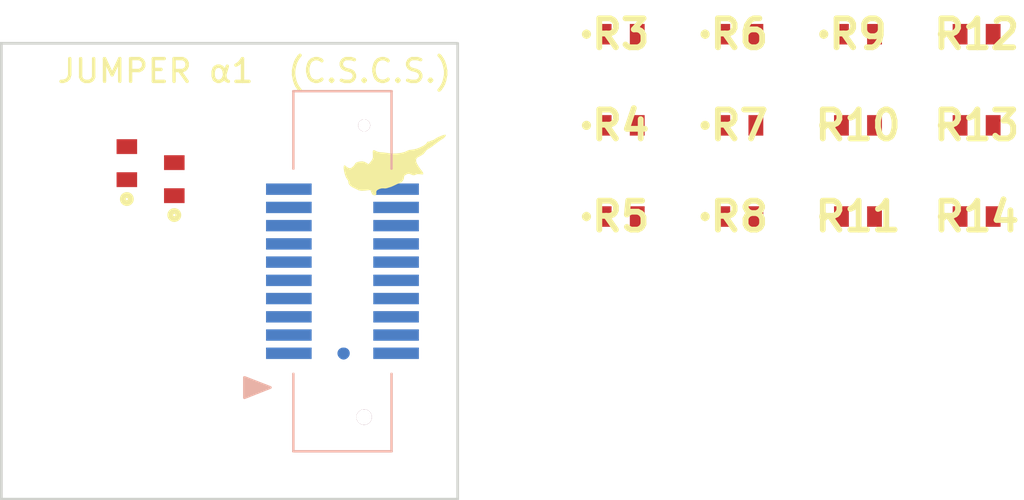
<source format=kicad_pcb>
(kicad_pcb (version 20221018) (generator pcbnew)
  (layers (0 "F.Cu" signal) (31 "B.Cu" signal) (34 "B.Paste" user) (35 "F.Paste" user) (36 "B.SilkS" user "B.Silkscreen") (37 "F.SilkS" user "F.Silkscreen") (38 "B.Mask" user) (39 "F.Mask" user) (44 "Edge.Cuts" user))
  (net 0 "")
  (net 1 "/VCC3")
  (net 3 "/EXTERNAL_2")
  (net 4 "/EXTERNAL_3")
  (net 5 "/EXTERNAL_4")
  (net 6 "/EXTERNAL_5")
  (net 7 "GND")
  (net 8 "/INTERNAL_6")
  (net 9 "/INTERNAL_7")
  (net 10 "/INTERNAL_8")
  (net 11 "/INTERNAL_9")
  (net 12 "/INTERNAL_12")
  (net 13 "/INTERNAL_13")
  (net 14 "/INTERNAL_14")
  (net 15 "/INTERNAL_15")
  (net 16 "/INTERNAL_16")
  (net 17 "/INTERNAL_17")
  (net 18 "/INTERNAL_18")
  (net 19 "/INTERNAL_19")
  (net 23 "unconnected-(R2-Pad2)")
  (footprint "SamacSys_Parts:ERJ3EKF1000V" (layer "F.Cu") (at 147.685 86.38)
    (fp_text reference "R14" (at 0 0) (layer "F.SilkS") (effects (font (size 1.27 1.27) (thickness 0.254))))
    (fp_text value "ERJ-3GEY0R00V" hide)
    (fp_line (start -1.5 -0.1) (end -1.5 -0.1) (stroke (width 0.2)) (layer "F.SilkS"))
    (fp_line (start -1.5 0.1) (end -1.5 0.1) (stroke (width 0.2)) (layer "F.SilkS"))
    (fp_arc (start -1.5 -0.1) (mid -1.4 0) (end -1.5 0.1) (stroke (width 0.2)) (layer "F.SilkS"))
    (fp_arc (start -1.5 0.1) (mid -1.6 0) (end -1.5 -0.1) (stroke (width 0.2)) (layer "F.SilkS"))
    (pad "1" smd rect (at -0.725 0) (size 0.65 0.9) (layers "F.Cu" "F.Paste" "F.Mask") (net 8 "/INTERNAL_6"))
    (pad "2" smd rect (at 0.725 0) (size 0.65 0.9) (layers "F.Cu" "F.Paste" "F.Mask") (net 3 "/EXTERNAL_2"))
  )
  (footprint "SamacSys_Parts:ERJ3EKF1000V" (layer "F.Cu") (at 132.085 82.38)
    (fp_text reference "R4" (at 0 0) (layer "F.SilkS") (effects (font (size 1.27 1.27) (thickness 0.254))))
    (fp_text value "ERJ-3GEY0R00V" hide)
    (fp_line (start -1.5 -0.1) (end -1.5 -0.1) (stroke (width 0.2)) (layer "F.SilkS"))
    (fp_line (start -1.5 0.1) (end -1.5 0.1) (stroke (width 0.2)) (layer "F.SilkS"))
    (fp_arc (start -1.5 -0.1) (mid -1.4 0) (end -1.5 0.1) (stroke (width 0.2)) (layer "F.SilkS"))
    (fp_arc (start -1.5 0.1) (mid -1.6 0) (end -1.5 -0.1) (stroke (width 0.2)) (layer "F.SilkS"))
    (pad "1" smd rect (at -0.725 0) (size 0.65 0.9) (layers "F.Cu" "F.Paste" "F.Mask") (net 18 "/INTERNAL_18"))
    (pad "2" smd rect (at 0.725 0) (size 0.65 0.9) (layers "F.Cu" "F.Paste" "F.Mask") (net 3 "/EXTERNAL_2"))
  )
  (footprint "SamacSys_Parts:ERJ3EKF1000V" (layer "F.Cu") (at 137.285 86.38)
    (fp_text reference "R8" (at 0 0) (layer "F.SilkS") (effects (font (size 1.27 1.27) (thickness 0.254))))
    (fp_text value "ERJ-3GEY0R00V" hide)
    (fp_line (start -1.5 -0.1) (end -1.5 -0.1) (stroke (width 0.2)) (layer "F.SilkS"))
    (fp_line (start -1.5 0.1) (end -1.5 0.1) (stroke (width 0.2)) (layer "F.SilkS"))
    (fp_arc (start -1.5 -0.1) (mid -1.4 0) (end -1.5 0.1) (stroke (width 0.2)) (layer "F.SilkS"))
    (fp_arc (start -1.5 0.1) (mid -1.6 0) (end -1.5 -0.1) (stroke (width 0.2)) (layer "F.SilkS"))
    (pad "1" smd rect (at -0.725 0) (size 0.65 0.9) (layers "F.Cu" "F.Paste" "F.Mask") (net 14 "/INTERNAL_14"))
    (pad "2" smd rect (at 0.725 0) (size 0.65 0.9) (layers "F.Cu" "F.Paste" "F.Mask") (net 3 "/EXTERNAL_2"))
  )
  (footprint "SamacSys_Parts:ERJ3EKF1000V" (layer "F.Cu") (at 147.685 78.38)
    (fp_text reference "R12" (at 0 0) (layer "F.SilkS") (effects (font (size 1.27 1.27) (thickness 0.254))))
    (fp_text value "ERJ-3GEY0R00V" hide)
    (fp_line (start -1.5 -0.1) (end -1.5 -0.1) (stroke (width 0.2)) (layer "F.SilkS"))
    (fp_line (start -1.5 0.1) (end -1.5 0.1) (stroke (width 0.2)) (layer "F.SilkS"))
    (fp_arc (start -1.5 -0.1) (mid -1.4 0) (end -1.5 0.1) (stroke (width 0.2)) (layer "F.SilkS"))
    (fp_arc (start -1.5 0.1) (mid -1.6 0) (end -1.5 -0.1) (stroke (width 0.2)) (layer "F.SilkS"))
    (pad "1" smd rect (at -0.725 0) (size 0.65 0.9) (layers "F.Cu" "F.Paste" "F.Mask") (net 10 "/INTERNAL_8"))
    (pad "2" smd rect (at 0.725 0) (size 0.65 0.9) (layers "F.Cu" "F.Paste" "F.Mask") (net 3 "/EXTERNAL_2"))
  )
  (footprint "SamacSys_Parts:ERJ3EKF1000V" (layer "F.Cu") (at 132.085 78.38)
    (fp_text reference "R3" (at 0 0) (layer "F.SilkS") (effects (font (size 1.27 1.27) (thickness 0.254))))
    (fp_text value "ERJ-3GEY0R00V" hide)
    (fp_line (start -1.5 -0.1) (end -1.5 -0.1) (stroke (width 0.2)) (layer "F.SilkS"))
    (fp_line (start -1.5 0.1) (end -1.5 0.1) (stroke (width 0.2)) (layer "F.SilkS"))
    (fp_arc (start -1.5 -0.1) (mid -1.4 0) (end -1.5 0.1) (stroke (width 0.2)) (layer "F.SilkS"))
    (fp_arc (start -1.5 0.1) (mid -1.6 0) (end -1.5 -0.1) (stroke (width 0.2)) (layer "F.SilkS"))
    (pad "1" smd rect (at -0.725 0) (size 0.65 0.9) (layers "F.Cu" "F.Paste" "F.Mask") (net 19 "/INTERNAL_19"))
    (pad "2" smd rect (at 0.725 0) (size 0.65 0.9) (layers "F.Cu" "F.Paste" "F.Mask") (net 3 "/EXTERNAL_2"))
  )
  (footprint "SamacSys_Parts:ERJ3EKF1000V" (layer "F.Cu") (at 137.285 78.38)
    (fp_text reference "R6" (at 0 0) (layer "F.SilkS") (effects (font (size 1.27 1.27) (thickness 0.254))))
    (fp_text value "ERJ-3GEY0R00V" hide)
    (fp_line (start -1.5 -0.1) (end -1.5 -0.1) (stroke (width 0.2)) (layer "F.SilkS"))
    (fp_line (start -1.5 0.1) (end -1.5 0.1) (stroke (width 0.2)) (layer "F.SilkS"))
    (fp_arc (start -1.5 -0.1) (mid -1.4 0) (end -1.5 0.1) (stroke (width 0.2)) (layer "F.SilkS"))
    (fp_arc (start -1.5 0.1) (mid -1.6 0) (end -1.5 -0.1) (stroke (width 0.2)) (layer "F.SilkS"))
    (pad "1" smd rect (at -0.725 0) (size 0.65 0.9) (layers "F.Cu" "F.Paste" "F.Mask") (net 16 "/INTERNAL_16"))
    (pad "2" smd rect (at 0.725 0) (size 0.65 0.9) (layers "F.Cu" "F.Paste" "F.Mask") (net 3 "/EXTERNAL_2"))
  )
  (footprint "LOGO" (layer "F.Cu") (at 122.045012 84.078232)
    (fp_text reference "G***" hide)
    (fp_text value "LOGO" hide)
    (fp_poly (pts (xy 2.373641 -1.25332) (xy 2.342544 -1.196766) (xy 2.279721 -1.133868) (xy 2.220315 -1.093932) (xy 2.120051 -1.030433) (xy 1.993567 -0.940068) (xy 1.887705 -0.857909) (xy 1.773981 -0.770632) (xy 1.671585 -0.700684) (xy 1.606116 -0.66483) (xy 1.530948 -0.610315) (xy 1.467872 -0.525313) (xy 1.382157 -0.426473) (xy 1.264019 -0.357905) (xy 1.135218 -0.290681) (xy 1.074882 -0.212398) (xy 1.077337 -0.11017) (xy 1.113772 -0.016643) (xy 1.184765 0.107018) (xy 1.275058 0.234652) (xy 1.300581 0.265823) (xy 1.375563 0.369894) (xy 1.390812 0.435282) (xy 1.346847 0.459454) (xy 1.26363 0.445796) (xy 1.124534 0.440656) (xy 1.060821 0.464541) (xy 0.980069 0.494157) (xy 0.90382 0.481247) (xy 0.855214 0.459127) (xy 0.769204 0.425206) (xy 0.698437 0.432157) (xy 0.633377 0.461946) (xy 0.556168 0.519088) (xy 0.541758 0.572042) (xy 0.536694 0.636055) (xy 0.499055 0.718343) (xy 0.446628 0.78838) (xy 0.399734 0.815767) (xy 0.348481 0.831359) (xy 0.255167 0.871533) (xy 0.176475 0.90947) (xy 0.06221 0.963766) (xy -0.031819 1.003042) (xy -0.069932 1.01514) (xy -0.156832 1.040488) (xy -0.19529 1.055422) (xy -0.281961 1.070641) (xy -0.356214 1.065498) (xy -0.449548 1.068234) (xy -0.551666 1.099161) (xy -0.634943 1.146627) (xy -0.671715 1.198556) (xy -0.67192 1.272698) (xy -0.669384 1.307081) (xy -0.688056 1.358469) (xy -0.754188 1.371971) (xy -0.829068 1.351309) (xy -0.87798 1.27755) (xy -0.88605 1.255912) (xy -0.926508 1.139854) (xy -1.149602 1.165094) (xy -1.315325 1.174208) (xy -1.432488 1.155827) (xy -1.474304 1.138462) (xy -1.57706 1.087002) (xy -1.696782 1.028331) (xy -1.714185 1.019919) (xy -1.824771 0.943148) (xy -1.889453 0.849754) (xy -1.896749 0.764338) (xy -1.912751 0.716002) (xy -1.959832 0.653097) (xy -2.006998 0.572208) (xy -2.051029 0.448656) (xy -2.08542 0.309356) (xy -2.103665 0.181223) (xy -2.09926 0.091169) (xy -2.097167 0.084883) (xy -2.074124 0.050854) (xy -2.035448 0.065584) (xy -1.989708 0.105687) (xy -1.90448 0.163091) (xy -1.826506 0.185402) (xy -1.752004 0.156323) (xy -1.669188 0.085054) (xy -1.603289 -0.004456) (xy -1.586487 -0.042438) (xy -1.54524 -0.072072) (xy -1.456544 -0.101189) (xy -1.412331 -0.110641) (xy -1.286895 -0.122684) (xy -1.187828 -0.09894) (xy -1.130387 -0.068916) (xy -1.009692 0.002296) (xy -0.90874 -0.117678) (xy -0.845986 -0.20498) (xy -0.821145 -0.288904) (xy -0.823987 -0.405957) (xy -0.824981 -0.416578) (xy -0.829233 -0.545566) (xy -0.807783 -0.608763) (xy -0.756483 -0.61134) (xy -0.69634 -0.576892) (xy -0.601908 -0.536896) (xy -0.486213 -0.519173) (xy -0.480603 -0.519124) (xy -0.368329 -0.512082) (xy -0.222845 -0.493996) (xy -0.127321 -0.478148) (xy 0.031039 -0.462762) (xy 0.210653 -0.466936) (xy 0.389134 -0.487793) (xy 0.544096 -0.522457) (xy 0.653152 -0.568054) (xy 0.670365 -0.580607) (xy 0.7463 -0.614662) (xy 0.851857 -0.630261) (xy 0.860508 -0.630365) (xy 0.990445 -0.646789) (xy 1.140249 -0.690143) (xy 1.29025 -0.751546) (xy 1.420779 -0.822116) (xy 1.512167 -0.892974) (xy 1.542396 -0.938236) (xy 1.582102 -0.986371) (xy 1.615155 -0.986929) (xy 1.673355 -0.989244) (xy 1.688154 -1.002787) (xy 1.740341 -1.034367) (xy 1.769853 -1.038248) (xy 1.842471 -1.061805) (xy 1.899027 -1.101046) (xy 2.004025 -1.168128) (xy 2.172508 -1.239844) (xy 2.311988 -1.28701) (xy 2.365846 -1.288434)) (fill solid) (layer "F.SilkS"))
  )
  (footprint "SamacSys_Parts:ERJ3EKF1000V" (layer "F.Cu") (at 142.485 78.38)
    (fp_text reference "R9" (at 0 0) (layer "F.SilkS") (effects (font (size 1.27 1.27) (thickness 0.254))))
    (fp_text value "ERJ-3GEY0R00V" hide)
    (fp_line (start -1.5 -0.1) (end -1.5 -0.1) (stroke (width 0.2)) (layer "F.SilkS"))
    (fp_line (start -1.5 0.1) (end -1.5 0.1) (stroke (width 0.2)) (layer "F.SilkS"))
    (fp_arc (start -1.5 -0.1) (mid -1.4 0) (end -1.5 0.1) (stroke (width 0.2)) (layer "F.SilkS"))
    (fp_arc (start -1.5 0.1) (mid -1.6 0) (end -1.5 -0.1) (stroke (width 0.2)) (layer "F.SilkS"))
    (pad "1" smd rect (at -0.725 0) (size 0.65 0.9) (layers "F.Cu" "F.Paste" "F.Mask") (net 13 "/INTERNAL_13"))
    (pad "2" smd rect (at 0.725 0) (size 0.65 0.9) (layers "F.Cu" "F.Paste" "F.Mask") (net 3 "/EXTERNAL_2"))
  )
  (footprint "SamacSys_Parts:ERJ3EK_(0603)" (layer "F.Cu") (at 112.52 84.74 90)
    (fp_text reference "R1" hide)
    (fp_text value "ERJ-3EKF1002V" hide)
    (fp_circle (center -1.575 0) (end -1.625 0) (stroke (width 0.254)) (fill none) (layer "F.SilkS"))
    (pad "1" smd rect (at -0.725 0 90) (size 0.65 0.9) (layers "F.Cu" "F.Paste" "F.Mask"))
    (pad "2" smd rect (at 0.725 0 90) (size 0.65 0.9) (layers "F.Cu" "F.Paste" "F.Mask"))
  )
  (footprint "SamacSys_Parts:ERJ3EKF1000V" (layer "F.Cu") (at 147.685 82.38)
    (fp_text reference "R13" (at 0 0) (layer "F.SilkS") (effects (font (size 1.27 1.27) (thickness 0.254))))
    (fp_text value "ERJ-3GEY0R00V" hide)
    (fp_line (start -1.5 -0.1) (end -1.5 -0.1) (stroke (width 0.2)) (layer "F.SilkS"))
    (fp_line (start -1.5 0.1) (end -1.5 0.1) (stroke (width 0.2)) (layer "F.SilkS"))
    (fp_arc (start -1.5 -0.1) (mid -1.4 0) (end -1.5 0.1) (stroke (width 0.2)) (layer "F.SilkS"))
    (fp_arc (start -1.5 0.1) (mid -1.6 0) (end -1.5 -0.1) (stroke (width 0.2)) (layer "F.SilkS"))
    (pad "1" smd rect (at -0.725 0) (size 0.65 0.9) (layers "F.Cu" "F.Paste" "F.Mask") (net 9 "/INTERNAL_7"))
    (pad "2" smd rect (at 0.725 0) (size 0.65 0.9) (layers "F.Cu" "F.Paste" "F.Mask") (net 3 "/EXTERNAL_2"))
  )
  (footprint "SamacSys_Parts:ERJ3EKF1000V" (layer "F.Cu") (at 137.285 82.38)
    (fp_text reference "R7" (at 0 0) (layer "F.SilkS") (effects (font (size 1.27 1.27) (thickness 0.254))))
    (fp_text value "ERJ-3GEY0R00V" hide)
    (fp_line (start -1.5 -0.1) (end -1.5 -0.1) (stroke (width 0.2)) (layer "F.SilkS"))
    (fp_line (start -1.5 0.1) (end -1.5 0.1) (stroke (width 0.2)) (layer "F.SilkS"))
    (fp_arc (start -1.5 -0.1) (mid -1.4 0) (end -1.5 0.1) (stroke (width 0.2)) (layer "F.SilkS"))
    (fp_arc (start -1.5 0.1) (mid -1.6 0) (end -1.5 -0.1) (stroke (width 0.2)) (layer "F.SilkS"))
    (pad "1" smd rect (at -0.725 0) (size 0.65 0.9) (layers "F.Cu" "F.Paste" "F.Mask") (net 15 "/INTERNAL_15"))
    (pad "2" smd rect (at 0.725 0) (size 0.65 0.9) (layers "F.Cu" "F.Paste" "F.Mask") (net 3 "/EXTERNAL_2"))
  )
  (footprint "SamacSys_Parts:ERJ3EKF1000V" (layer "F.Cu") (at 132.085 86.38)
    (fp_text reference "R5" (at 0 0) (layer "F.SilkS") (effects (font (size 1.27 1.27) (thickness 0.254))))
    (fp_text value "ERJ-3GEY0R00V" hide)
    (fp_line (start -1.5 -0.1) (end -1.5 -0.1) (stroke (width 0.2)) (layer "F.SilkS"))
    (fp_line (start -1.5 0.1) (end -1.5 0.1) (stroke (width 0.2)) (layer "F.SilkS"))
    (fp_arc (start -1.5 -0.1) (mid -1.4 0) (end -1.5 0.1) (stroke (width 0.2)) (layer "F.SilkS"))
    (fp_arc (start -1.5 0.1) (mid -1.6 0) (end -1.5 -0.1) (stroke (width 0.2)) (layer "F.SilkS"))
    (pad "1" smd rect (at -0.725 0) (size 0.65 0.9) (layers "F.Cu" "F.Paste" "F.Mask") (net 17 "/INTERNAL_17"))
    (pad "2" smd rect (at 0.725 0) (size 0.65 0.9) (layers "F.Cu" "F.Paste" "F.Mask") (net 3 "/EXTERNAL_2"))
  )
  (footprint "SamacSys_Parts:ERJ3EKF1000V" (layer "F.Cu") (at 142.485 82.38)
    (fp_text reference "R10" (at 0 0) (layer "F.SilkS") (effects (font (size 1.27 1.27) (thickness 0.254))))
    (fp_text value "ERJ-3GEY0R00V" hide)
    (fp_line (start -1.5 -0.1) (end -1.5 -0.1) (stroke (width 0.2)) (layer "F.SilkS"))
    (fp_line (start -1.5 0.1) (end -1.5 0.1) (stroke (width 0.2)) (layer "F.SilkS"))
    (fp_arc (start -1.5 -0.1) (mid -1.4 0) (end -1.5 0.1) (stroke (width 0.2)) (layer "F.SilkS"))
    (fp_arc (start -1.5 0.1) (mid -1.6 0) (end -1.5 -0.1) (stroke (width 0.2)) (layer "F.SilkS"))
    (pad "1" smd rect (at -0.725 0) (size 0.65 0.9) (layers "F.Cu" "F.Paste" "F.Mask") (net 12 "/INTERNAL_12"))
    (pad "2" smd rect (at 0.725 0) (size 0.65 0.9) (layers "F.Cu" "F.Paste" "F.Mask") (net 3 "/EXTERNAL_2"))
  )
  (footprint "SamacSys_Parts:ERJ3EK_(0603)" (layer "F.Cu") (at 110.44 84.0375 90)
    (fp_text reference "R2" hide)
    (fp_text value "ERJ-3EKF1002V" hide)
    (fp_circle (center -1.575 0) (end -1.625 0) (stroke (width 0.254)) (fill none) (layer "F.SilkS"))
    (pad "1" smd rect (at -0.725 0 90) (size 0.65 0.9) (layers "F.Cu" "F.Paste" "F.Mask"))
    (pad "2" smd rect (at 0.725 0 90) (size 0.65 0.9) (layers "F.Cu" "F.Paste" "F.Mask") (net 23 "unconnected-(R2-Pad2)"))
  )
  (footprint "SamacSys_Parts:ERJ3EKF1000V" (layer "F.Cu") (at 142.485 86.38)
    (fp_text reference "R11" (at 0 0) (layer "F.SilkS") (effects (font (size 1.27 1.27) (thickness 0.254))))
    (fp_text value "ERJ-3GEY0R00V" hide)
    (fp_line (start -1.5 -0.1) (end -1.5 -0.1) (stroke (width 0.2)) (layer "F.SilkS"))
    (fp_line (start -1.5 0.1) (end -1.5 0.1) (stroke (width 0.2)) (layer "F.SilkS"))
    (fp_arc (start -1.5 -0.1) (mid -1.4 0) (end -1.5 0.1) (stroke (width 0.2)) (layer "F.SilkS"))
    (fp_arc (start -1.5 0.1) (mid -1.6 0) (end -1.5 -0.1) (stroke (width 0.2)) (layer "F.SilkS"))
    (pad "1" smd rect (at -0.725 0) (size 0.65 0.9) (layers "F.Cu" "F.Paste" "F.Mask") (net 11 "/INTERNAL_9"))
    (pad "2" smd rect (at 0.725 0) (size 0.65 0.9) (layers "F.Cu" "F.Paste" "F.Mask") (net 3 "/EXTERNAL_2"))
  )
  (footprint "USIB2:IF_2020_20_MODULE_FX6" (layer "B.Cu") (at 114.94 88.78 -90)
    (fp_text reference "H1" hide)
    (fp_text value "IF_2020_20_MODULE_FX6" hide)
    (fp_line (start -7.9 -7.1) (end -7.9 -7.1) (stroke (width 0.1)) (layer "B.SilkS"))
    (fp_line (start -7.9 -7.1) (end -7.9 -7.1) (stroke (width 0.1)) (layer "B.SilkS"))
    (fp_line (start -7.9 -7.1) (end -7.9 -2.8) (stroke (width 0.1)) (layer "B.SilkS"))
    (fp_line (start -7.9 -7.1) (end -4.5 -7.1) (stroke (width 0.1)) (layer "B.SilkS"))
    (fp_line (start -7.9 -2.8) (end -7.9 -7.1) (stroke (width 0.1)) (layer "B.SilkS"))
    (fp_line (start -7.9 -2.8) (end -7.9 -2.8) (stroke (width 0.1)) (layer "B.SilkS"))
    (fp_line (start -7.9 -2.8) (end -7.9 -2.8) (stroke (width 0.1)) (layer "B.SilkS"))
    (fp_line (start -7.9 -2.8) (end -4.5 -2.8) (stroke (width 0.1)) (layer "B.SilkS"))
    (fp_line (start -4.5 -7.1) (end -7.9 -7.1) (stroke (width 0.1)) (layer "B.SilkS"))
    (fp_line (start -4.5 -7.1) (end -4.5 -7.1) (stroke (width 0.1)) (layer "B.SilkS"))
    (fp_line (start -4.5 -2.8) (end -7.9 -2.8) (stroke (width 0.1)) (layer "B.SilkS"))
    (fp_line (start -4.5 -2.8) (end -4.5 -2.8) (stroke (width 0.1)) (layer "B.SilkS"))
    (fp_line (start 4.5 -7.1) (end 4.5 -7.1) (stroke (width 0.1)) (layer "B.SilkS"))
    (fp_line (start 4.5 -7.1) (end 7.9 -7.1) (stroke (width 0.1)) (layer "B.SilkS"))
    (fp_line (start 4.5 -2.8) (end 4.5 -2.8) (stroke (width 0.1)) (layer "B.SilkS"))
    (fp_line (start 4.5 -2.8) (end 7.9 -2.8) (stroke (width 0.1)) (layer "B.SilkS"))
    (fp_line (start 7.9 -7.1) (end 4.5 -7.1) (stroke (width 0.1)) (layer "B.SilkS"))
    (fp_line (start 7.9 -7.1) (end 7.9 -7.1) (stroke (width 0.1)) (layer "B.SilkS"))
    (fp_line (start 7.9 -7.1) (end 7.9 -7.1) (stroke (width 0.1)) (layer "B.SilkS"))
    (fp_line (start 7.9 -7.1) (end 7.9 -2.8) (stroke (width 0.1)) (layer "B.SilkS"))
    (fp_line (start 7.9 -2.8) (end 4.5 -2.8) (stroke (width 0.1)) (layer "B.SilkS"))
    (fp_line (start 7.9 -2.8) (end 7.9 -7.1) (stroke (width 0.1)) (layer "B.SilkS"))
    (fp_line (start 7.9 -2.8) (end 7.9 -2.8) (stroke (width 0.1)) (layer "B.SilkS"))
    (fp_line (start 7.9 -2.8) (end 7.9 -2.8) (stroke (width 0.1)) (layer "B.SilkS"))
    (fp_poly (pts (xy 4.658029 -0.654) (xy 5.55 -0.654) (xy 5.1 -1.79)) (stroke (width 0.12)) (fill solid) (layer "B.SilkS"))
    (fp_rect (start -10 10) (end 10 -10) (stroke (width 0.12)) (fill none) (layer "Edge.Cuts"))
    (pad "1" smd rect (at 3.6 -2.6 270) (size 0.5 2) (layers "B.Cu" "B.Paste" "B.Mask") (net 7 "GND"))
    (pad "2" smd rect (at 2.8 -2.6 270) (size 0.5 2) (layers "B.Cu" "B.Paste" "B.Mask") (net 3 "/EXTERNAL_2"))
    (pad "3" smd rect (at 2 -2.6 270) (size 0.5 2) (layers "B.Cu" "B.Paste" "B.Mask") (net 4 "/EXTERNAL_3"))
    (pad "4" smd rect (at 1.2 -2.6 270) (size 0.5 2) (layers "B.Cu" "B.Paste" "B.Mask") (net 5 "/EXTERNAL_4"))
    (pad "5" smd rect (at 0.4 -2.6 270) (size 0.5 2) (layers "B.Cu" "B.Paste" "B.Mask") (net 6 "/EXTERNAL_5"))
    (pad "6" smd rect (at -0.4 -2.6 270) (size 0.5 2) (layers "B.Cu" "B.Paste" "B.Mask") (net 8 "/INTERNAL_6"))
    (pad "7" smd rect (at -1.2 -2.6 270) (size 0.5 2) (layers "B.Cu" "B.Paste" "B.Mask") (net 9 "/INTERNAL_7"))
    (pad "8" smd rect (at -2 -2.6 270) (size 0.5 2) (layers "B.Cu" "B.Paste" "B.Mask") (net 10 "/INTERNAL_8"))
    (pad "9" smd rect (at -2.8 -2.6 270) (size 0.5 2) (layers "B.Cu" "B.Paste" "B.Mask") (net 11 "/INTERNAL_9"))
    (pad "10" smd rect (at -3.6 -2.6 270) (size 0.5 2) (layers "B.Cu" "B.Paste" "B.Mask") (net 1 "/VCC3"))
    (pad "11" smd rect (at -3.6 -7.3 270) (size 0.5 2) (layers "B.Cu" "B.Paste" "B.Mask"))
    (pad "12" smd rect (at -2.8 -7.3 270) (size 0.5 2) (layers "B.Cu" "B.Paste" "B.Mask") (net 12 "/INTERNAL_12"))
    (pad "13" smd rect (at -2 -7.3 270) (size 0.5 2) (layers "B.Cu" "B.Paste" "B.Mask") (net 13 "/INTERNAL_13"))
    (pad "14" smd rect (at -1.2 -7.3 270) (size 0.5 2) (layers "B.Cu" "B.Paste" "B.Mask") (net 14 "/INTERNAL_14"))
    (pad "15" smd rect (at -0.4 -7.3 270) (size 0.5 2) (layers "B.Cu" "B.Paste" "B.Mask") (net 15 "/INTERNAL_15"))
    (pad "16" smd rect (at 0.4 -7.3 270) (size 0.5 2) (layers "B.Cu" "B.Paste" "B.Mask") (net 16 "/INTERNAL_16"))
    (pad "17" smd rect (at 1.2 -7.3 270) (size 0.5 2) (layers "B.Cu" "B.Paste" "B.Mask") (net 17 "/INTERNAL_17"))
    (pad "18" smd rect (at 2 -7.3 270) (size 0.5 2) (layers "B.Cu" "B.Paste" "B.Mask") (net 18 "/INTERNAL_18"))
    (pad "19" smd rect (at 2.8 -7.3 270) (size 0.5 2) (layers "B.Cu" "B.Paste" "B.Mask") (net 19 "/INTERNAL_19"))
    (pad "20" smd rect (at 3.6 -7.3 270) (size 0.5 2) (layers "B.Cu" "B.Paste" "B.Mask") (net 7 "GND"))
    (pad "MH1" thru_hole circle (at 6.4 -5.9 180) (size 0.675 0.675) (drill 1.35) (layers "*.Cu" "*.Mask" "B.SilkS"))
    (pad "MH2" thru_hole circle (at -6.4 -5.9 180) (size 0.525 0.525) (drill 1.05) (layers "*.Cu" "*.Mask" "B.SilkS"))
  )
  (gr_text "JUMPER α1  (C.S.C.S.)" (at 124.75 80.58) (layer "F.SilkS") (effects (font (size 1 1)) (justify right bottom)))
  (segment (start 117.54 85.18) (end 117.42 85.18) (width 0.25) (layer "B.Cu") (net 1))
  (segment (start 119.92 92.38) (end 119.94 92.4) (width 0.5) (layer "B.Cu") (net 7))
  (segment (start 119.94 92.4) (end 119.96 92.38) (width 0.5) (layer "B.Cu") (net 7))
  (segment (start 110.38 83.2525) (end 110.44 83.3125) (width 0.25) (layer "F.Cu") (net 23))
)
</source>
